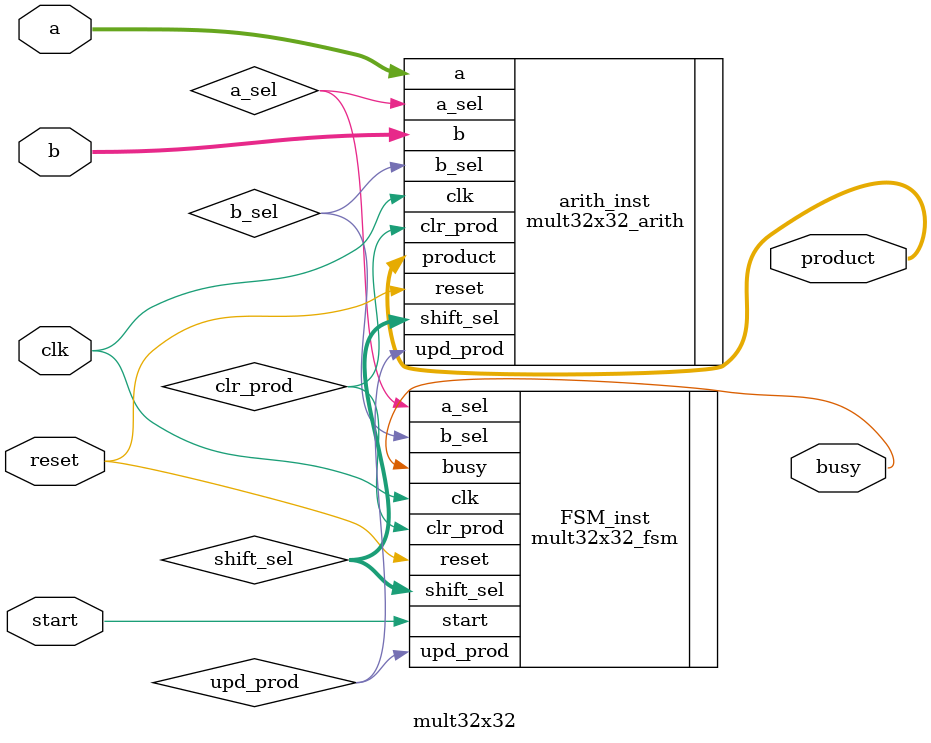
<source format=sv>
module mult32x32 (
    input logic clk,            // Clock
    input logic reset,          // Reset
    input logic start,          // Start signal
    input logic [31:0] a,       // Input a
    input logic [31:0] b,       // Input b
    output logic busy,          // Multiplier busy indication
    output logic [63:0] product // Miltiplication product
);

// Put your code here
// ------------------

logic a_sel, b_sel, upd_prod, clr_prod;
logic [1:0] shift_sel;

mult32x32_fsm FSM_inst (
    .clk(clk),
    .reset(reset),
    .start(start),
    .busy(busy),
    .a_sel(a_sel),
    .b_sel(b_sel),
    .shift_sel(shift_sel),
    .upd_prod(upd_prod),
    .clr_prod(clr_prod)
);

mult32x32_arith arith_inst (
    .clk(clk),
    .reset(reset),
    .a(a),
    .b(b),
    .a_sel(a_sel),
    .b_sel(b_sel),
    .shift_sel(shift_sel),
    .upd_prod(upd_prod),
    .clr_prod(clr_prod),
    .product(product)
);

// End of your code

endmodule

</source>
